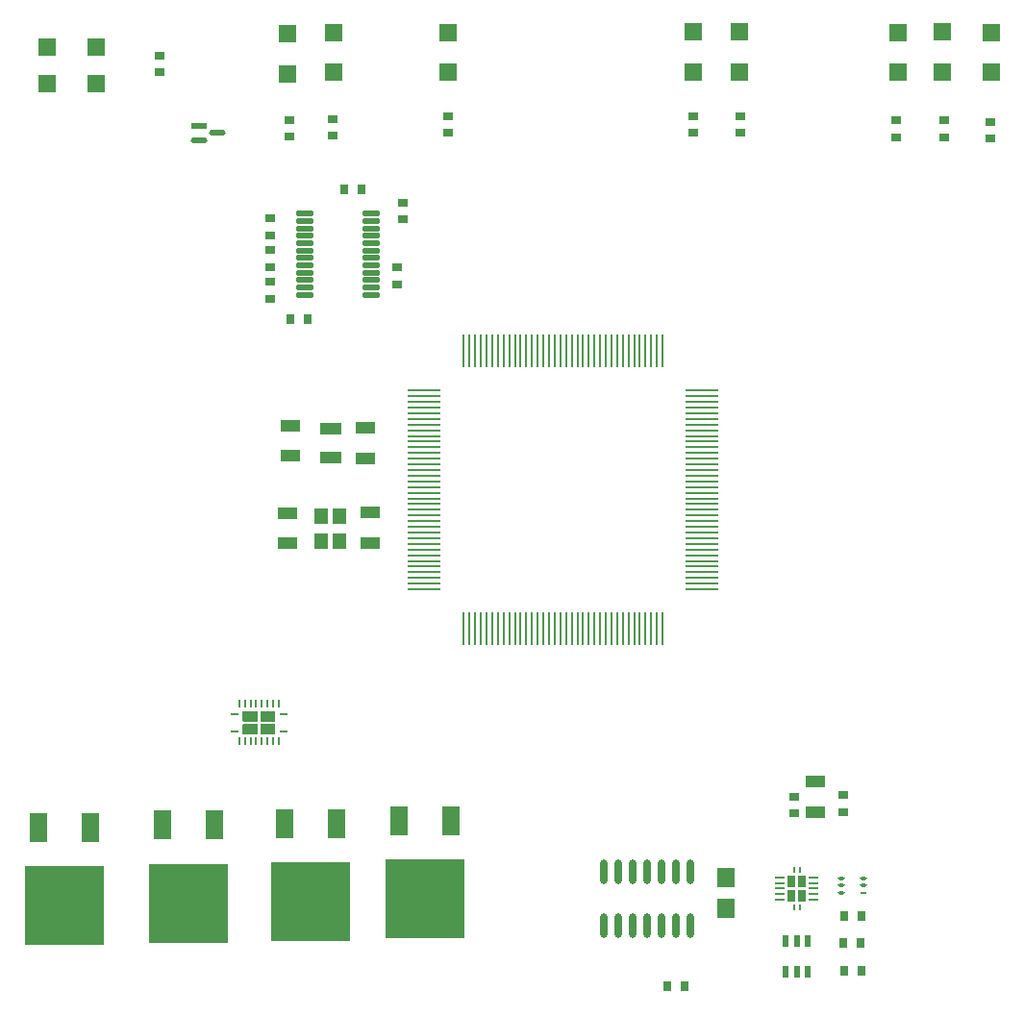
<source format=gbr>
%TF.GenerationSoftware,Altium Limited,Altium Designer,24.1.2 (44)*%
G04 Layer_Color=8421504*
%FSLAX45Y45*%
%MOMM*%
%TF.SameCoordinates,E01E6690-4C2E-4FB1-AE08-5A5A66155338*%
%TF.FilePolarity,Positive*%
%TF.FileFunction,Paste,Top*%
%TF.Part,Single*%
G01*
G75*
%TA.AperFunction,SMDPad,CuDef*%
G04:AMPARAMS|DCode=12|XSize=0.24mm|YSize=0.6mm|CornerRadius=0.0504mm|HoleSize=0mm|Usage=FLASHONLY|Rotation=90.000|XOffset=0mm|YOffset=0mm|HoleType=Round|Shape=RoundedRectangle|*
%AMROUNDEDRECTD12*
21,1,0.24000,0.49920,0,0,90.0*
21,1,0.13920,0.60000,0,0,90.0*
1,1,0.10080,0.24960,0.06960*
1,1,0.10080,0.24960,-0.06960*
1,1,0.10080,-0.24960,-0.06960*
1,1,0.10080,-0.24960,0.06960*
%
%ADD12ROUNDEDRECTD12*%
G04:AMPARAMS|DCode=13|XSize=0.6mm|YSize=0.24mm|CornerRadius=0.0504mm|HoleSize=0mm|Usage=FLASHONLY|Rotation=90.000|XOffset=0mm|YOffset=0mm|HoleType=Round|Shape=RoundedRectangle|*
%AMROUNDEDRECTD13*
21,1,0.60000,0.13920,0,0,90.0*
21,1,0.49920,0.24000,0,0,90.0*
1,1,0.10080,0.06960,0.24960*
1,1,0.10080,0.06960,-0.24960*
1,1,0.10080,-0.06960,-0.24960*
1,1,0.10080,-0.06960,0.24960*
%
%ADD13ROUNDEDRECTD13*%
%ADD14R,1.50000X1.50000*%
%ADD15R,0.90000X0.65000*%
%ADD16O,0.22000X3.00000*%
%ADD17O,3.00000X0.22000*%
%ADD18R,0.70000X0.90000*%
%ADD19R,0.90000X0.70000*%
%ADD22R,0.60000X1.10000*%
%ADD23R,1.15000X1.40000*%
%ADD24R,1.70000X1.10000*%
%ADD25O,0.60000X2.20000*%
%ADD26R,1.50000X1.50000*%
%ADD27R,7.00000X7.00000*%
%ADD28R,1.50000X2.50000*%
G04:AMPARAMS|DCode=29|XSize=1.46395mm|YSize=0.47583mm|CornerRadius=0.23791mm|HoleSize=0mm|Usage=FLASHONLY|Rotation=0.000|XOffset=0mm|YOffset=0mm|HoleType=Round|Shape=RoundedRectangle|*
%AMROUNDEDRECTD29*
21,1,1.46395,0.00000,0,0,0.0*
21,1,0.98813,0.47583,0,0,0.0*
1,1,0.47583,0.49406,0.00000*
1,1,0.47583,-0.49406,0.00000*
1,1,0.47583,-0.49406,0.00000*
1,1,0.47583,0.49406,0.00000*
%
%ADD29ROUNDEDRECTD29*%
%ADD30R,1.46395X0.47583*%
G04:AMPARAMS|DCode=31|XSize=1.5mm|YSize=0.45mm|CornerRadius=0.0495mm|HoleSize=0mm|Usage=FLASHONLY|Rotation=0.000|XOffset=0mm|YOffset=0mm|HoleType=Round|Shape=RoundedRectangle|*
%AMROUNDEDRECTD31*
21,1,1.50000,0.35100,0,0,0.0*
21,1,1.40100,0.45000,0,0,0.0*
1,1,0.09900,0.70050,-0.17550*
1,1,0.09900,-0.70050,-0.17550*
1,1,0.09900,-0.70050,0.17550*
1,1,0.09900,0.70050,0.17550*
%
%ADD31ROUNDEDRECTD31*%
%ADD32R,1.50000X1.75000*%
G04:AMPARAMS|DCode=33|XSize=0.61107mm|YSize=0.29247mm|CornerRadius=0.14624mm|HoleSize=0mm|Usage=FLASHONLY|Rotation=180.000|XOffset=0mm|YOffset=0mm|HoleType=Round|Shape=RoundedRectangle|*
%AMROUNDEDRECTD33*
21,1,0.61107,0.00000,0,0,180.0*
21,1,0.31860,0.29247,0,0,180.0*
1,1,0.29247,-0.15930,0.00000*
1,1,0.29247,0.15930,0.00000*
1,1,0.29247,0.15930,0.00000*
1,1,0.29247,-0.15930,0.00000*
%
%ADD33ROUNDEDRECTD33*%
%ADD34R,0.61107X0.29247*%
%ADD35R,1.90000X1.10000*%
%TA.AperFunction,NonConductor*%
%ADD76R,0.68001X1.05004*%
%ADD77R,0.26005X0.50002*%
%ADD78R,0.25999X0.50002*%
%ADD79R,0.25999X0.49997*%
%ADD80R,0.26005X0.49997*%
%ADD81R,0.68001X1.04999*%
%TA.AperFunction,SMDPad,CuDef*%
G04:AMPARAMS|DCode=82|XSize=0.23mm|YSize=0.8mm|CornerRadius=0.0254mm|HoleSize=0mm|Usage=FLASHONLY|Rotation=270.000|XOffset=0mm|YOffset=0mm|HoleType=Round|Shape=RoundedRectangle|*
%AMROUNDEDRECTD82*
21,1,0.23000,0.74920,0,0,270.0*
21,1,0.17920,0.80000,0,0,270.0*
1,1,0.05079,-0.37460,-0.08960*
1,1,0.05079,-0.37460,0.08960*
1,1,0.05079,0.37460,0.08960*
1,1,0.05079,0.37460,-0.08960*
%
%ADD82ROUNDEDRECTD82*%
G36*
X7331911Y6063699D02*
Y6062704D01*
X7331150Y6060866D01*
X7329743Y6059460D01*
X7327905Y6058699D01*
X7326911D01*
D01*
X7203911D01*
X7202916D01*
X7201079Y6059460D01*
X7199672Y6060866D01*
X7198911Y6062704D01*
Y6063699D01*
D01*
Y6145699D01*
Y6146693D01*
X7199672Y6148531D01*
X7201079Y6149938D01*
X7202916Y6150699D01*
X7203911D01*
D01*
X7326911D01*
X7327905D01*
X7329743Y6149938D01*
X7331150Y6148531D01*
X7331911Y6146693D01*
Y6145699D01*
D01*
Y6063699D01*
D02*
G37*
G36*
X7203911Y6170699D02*
X7202916D01*
X7201079Y6171460D01*
X7199672Y6172866D01*
X7198911Y6174704D01*
Y6175699D01*
D01*
Y6257699D01*
Y6258693D01*
X7199672Y6260531D01*
X7201079Y6261938D01*
X7202916Y6262699D01*
X7203911D01*
D01*
X7326911D01*
X7327905D01*
X7329743Y6261938D01*
X7331150Y6260531D01*
X7331911Y6258693D01*
Y6257699D01*
D01*
Y6175699D01*
Y6174704D01*
X7331150Y6172866D01*
X7329743Y6171460D01*
X7327905Y6170699D01*
X7326911D01*
D01*
X7203911D01*
D02*
G37*
G36*
X7357911Y6058699D02*
X7356916D01*
X7355079Y6059460D01*
X7353672Y6060866D01*
X7352911Y6062704D01*
Y6063699D01*
D01*
Y6145699D01*
Y6146693D01*
X7353672Y6148531D01*
X7355079Y6149938D01*
X7356916Y6150699D01*
X7357911D01*
D01*
X7480911D01*
X7481906D01*
X7483743Y6149938D01*
X7485150Y6148531D01*
X7485911Y6146693D01*
Y6145699D01*
D01*
Y6063699D01*
Y6062704D01*
X7485150Y6060866D01*
X7483743Y6059460D01*
X7481906Y6058699D01*
X7480911D01*
D01*
X7357911D01*
D02*
G37*
G36*
X7352911Y6257699D02*
Y6258693D01*
X7353672Y6260531D01*
X7355079Y6261938D01*
X7356916Y6262699D01*
X7357911D01*
D01*
X7480911D01*
X7481906D01*
X7483743Y6261938D01*
X7485150Y6260531D01*
X7485911Y6258693D01*
Y6257699D01*
D01*
Y6175699D01*
Y6174704D01*
X7485150Y6172866D01*
X7483743Y6171460D01*
X7481906Y6170699D01*
X7480911D01*
D01*
X7357911D01*
X7356916D01*
X7355079Y6171460D01*
X7353672Y6172866D01*
X7352911Y6174704D01*
Y6175699D01*
D01*
Y6257699D01*
D02*
G37*
D12*
X7557414Y6235700D02*
D03*
Y6085698D02*
D03*
X7127413Y6235700D02*
D03*
Y6085698D02*
D03*
D13*
X7167413Y6325697D02*
D03*
X7217415D02*
D03*
X7267412D02*
D03*
X7317415D02*
D03*
X7367412D02*
D03*
X7417415D02*
D03*
X7467412D02*
D03*
X7517414D02*
D03*
Y5995700D02*
D03*
X7467412D02*
D03*
X7417415D02*
D03*
X7367412D02*
D03*
X7317415D02*
D03*
X7267412D02*
D03*
X7217415D02*
D03*
X7167413D02*
D03*
D14*
X9004300Y11889999D02*
D03*
Y12240001D02*
D03*
X8001000Y11889999D02*
D03*
Y12240001D02*
D03*
X13792200Y11889999D02*
D03*
Y12240001D02*
D03*
X12966701Y11887200D02*
D03*
Y12237202D02*
D03*
X13360400Y11892798D02*
D03*
Y12242800D02*
D03*
X7594600Y11877299D02*
D03*
Y12227301D02*
D03*
X11569700Y11892798D02*
D03*
Y12242800D02*
D03*
X11163300Y11892798D02*
D03*
Y12242800D02*
D03*
D15*
X7988300Y11477102D02*
D03*
Y11332098D02*
D03*
X9004300Y11502502D02*
D03*
Y11357498D02*
D03*
X11163300Y11498798D02*
D03*
Y11353800D02*
D03*
X11582400Y11502502D02*
D03*
Y11357498D02*
D03*
X13373100Y11464402D02*
D03*
Y11319398D02*
D03*
X13779500Y11451702D02*
D03*
Y11306698D02*
D03*
X12953999Y11464402D02*
D03*
Y11319398D02*
D03*
X7607300Y11468100D02*
D03*
Y11323102D02*
D03*
D16*
X9145702Y9436100D02*
D03*
X9195704D02*
D03*
X9245702D02*
D03*
X9295704D02*
D03*
X9345701D02*
D03*
X9395704D02*
D03*
X9445701D02*
D03*
X9495704D02*
D03*
X9545701D02*
D03*
X9595703D02*
D03*
X9645701D02*
D03*
X9695703D02*
D03*
X9745701D02*
D03*
X9795703D02*
D03*
X9845700D02*
D03*
X9895703D02*
D03*
X9945700D02*
D03*
X9995703D02*
D03*
X10045700D02*
D03*
X10095702D02*
D03*
X10145700D02*
D03*
X10195702D02*
D03*
X10245700D02*
D03*
X10295702D02*
D03*
X10345699D02*
D03*
X10395702D02*
D03*
X10445699D02*
D03*
X10495702D02*
D03*
X10545699D02*
D03*
X10595701D02*
D03*
X10645699D02*
D03*
X10695701D02*
D03*
X10745699D02*
D03*
X10795701D02*
D03*
X10845698D02*
D03*
X10895701D02*
D03*
Y6986102D02*
D03*
X10845698D02*
D03*
X10795701D02*
D03*
X10745699D02*
D03*
X10695701D02*
D03*
X10645699D02*
D03*
X10595701D02*
D03*
X10545699D02*
D03*
X10495702D02*
D03*
X10445699D02*
D03*
X10395702D02*
D03*
X10345699D02*
D03*
X10295702D02*
D03*
X10245700D02*
D03*
X10195702D02*
D03*
X10145700D02*
D03*
X10095702D02*
D03*
X10045700D02*
D03*
X9995703D02*
D03*
X9945700D02*
D03*
X9895703D02*
D03*
X9845700D02*
D03*
X9795703D02*
D03*
X9745701D02*
D03*
X9695703D02*
D03*
X9645701D02*
D03*
X9595703D02*
D03*
X9545701D02*
D03*
X9495704D02*
D03*
X9445701D02*
D03*
X9395704D02*
D03*
X9345701D02*
D03*
X9295704D02*
D03*
X9245702D02*
D03*
X9195704D02*
D03*
X9145702D02*
D03*
D17*
X11245698Y9086098D02*
D03*
Y9036101D02*
D03*
Y8986098D02*
D03*
Y8936101D02*
D03*
Y8886099D02*
D03*
Y8836101D02*
D03*
Y8786099D02*
D03*
Y8736101D02*
D03*
Y8686099D02*
D03*
Y8636102D02*
D03*
Y8586099D02*
D03*
Y8536102D02*
D03*
Y8486099D02*
D03*
Y8436102D02*
D03*
Y8386100D02*
D03*
Y8336102D02*
D03*
Y8286100D02*
D03*
Y8236102D02*
D03*
Y8186100D02*
D03*
Y8136103D02*
D03*
Y8086100D02*
D03*
Y8036103D02*
D03*
Y7986100D02*
D03*
Y7936103D02*
D03*
Y7886101D02*
D03*
Y7836103D02*
D03*
Y7786101D02*
D03*
Y7736103D02*
D03*
Y7686101D02*
D03*
Y7636104D02*
D03*
Y7586101D02*
D03*
Y7536104D02*
D03*
Y7486101D02*
D03*
Y7436104D02*
D03*
Y7386102D02*
D03*
Y7336104D02*
D03*
X8795700D02*
D03*
Y7386102D02*
D03*
Y7436104D02*
D03*
Y7486101D02*
D03*
Y7536104D02*
D03*
Y7586101D02*
D03*
Y7636104D02*
D03*
Y7686101D02*
D03*
Y7736103D02*
D03*
Y7786101D02*
D03*
Y7836103D02*
D03*
Y7886101D02*
D03*
Y7936103D02*
D03*
Y7986100D02*
D03*
Y8036103D02*
D03*
Y8086100D02*
D03*
Y8136103D02*
D03*
Y8186100D02*
D03*
Y8236102D02*
D03*
Y8286100D02*
D03*
Y8336102D02*
D03*
Y8386100D02*
D03*
Y8436102D02*
D03*
Y8486099D02*
D03*
Y8536102D02*
D03*
Y8586099D02*
D03*
Y8636102D02*
D03*
Y8686099D02*
D03*
Y8736101D02*
D03*
Y8786099D02*
D03*
Y8836101D02*
D03*
Y8886099D02*
D03*
Y8936101D02*
D03*
Y8986098D02*
D03*
Y9036101D02*
D03*
Y9086098D02*
D03*
D18*
X7621199Y9715500D02*
D03*
X7771201D02*
D03*
X11085901Y3835400D02*
D03*
X10935899D02*
D03*
X12499198Y3975100D02*
D03*
X12649200D02*
D03*
X12646802Y4457700D02*
D03*
X12496800D02*
D03*
X12635301Y4216400D02*
D03*
X12485299D02*
D03*
X8242300Y10858500D02*
D03*
X8092298D02*
D03*
D19*
X7442200Y9894499D02*
D03*
Y10044501D02*
D03*
Y10172700D02*
D03*
Y10322702D02*
D03*
Y10603301D02*
D03*
Y10453299D02*
D03*
X8610600Y10741802D02*
D03*
Y10591800D02*
D03*
X8559800Y10021499D02*
D03*
Y10171501D02*
D03*
X12484100Y5374498D02*
D03*
Y5524500D02*
D03*
X12052300Y5360599D02*
D03*
Y5510601D02*
D03*
X6464300Y11887200D02*
D03*
Y12037202D02*
D03*
D22*
X12172701Y3967099D02*
D03*
X12077700D02*
D03*
X11982699D02*
D03*
Y4237101D02*
D03*
X12077700D02*
D03*
X12172701D02*
D03*
D23*
X8051800Y7979700D02*
D03*
Y7759700D02*
D03*
X7891800D02*
D03*
Y7979700D02*
D03*
D24*
X7594600Y8009001D02*
D03*
Y7738999D02*
D03*
X8318500Y7743698D02*
D03*
Y8013700D02*
D03*
X12242800Y5372100D02*
D03*
Y5642102D02*
D03*
X7620000Y8779002D02*
D03*
Y8509000D02*
D03*
X8280400Y8488299D02*
D03*
Y8758301D02*
D03*
D25*
X11137900Y4850100D02*
D03*
X11010900D02*
D03*
X10883900D02*
D03*
X10756900D02*
D03*
X10629900D02*
D03*
X10502900D02*
D03*
X10375900D02*
D03*
X11137900Y4370100D02*
D03*
X11010900D02*
D03*
X10883900D02*
D03*
X10756900D02*
D03*
X10629900D02*
D03*
X10502900D02*
D03*
X10375900D02*
D03*
D26*
X5474599Y12115698D02*
D03*
Y11785702D02*
D03*
X5904601Y12115698D02*
D03*
Y11785702D02*
D03*
D27*
X7797800Y4580799D02*
D03*
X8801100Y4606199D02*
D03*
X6718300Y4568099D02*
D03*
X5626100Y4546600D02*
D03*
D28*
X7567798Y5270800D02*
D03*
X8027802D02*
D03*
X8571098Y5296200D02*
D03*
X9031102D02*
D03*
X6488298Y5258100D02*
D03*
X6948302D02*
D03*
X5396098Y5236601D02*
D03*
X5856102D02*
D03*
D29*
X6978112Y11353800D02*
D03*
X6814088Y11288801D02*
D03*
D30*
Y11418799D02*
D03*
D31*
X8329102Y10644500D02*
D03*
Y10579501D02*
D03*
Y10514498D02*
D03*
Y10449499D02*
D03*
Y10384500D02*
D03*
Y10319502D02*
D03*
Y10254498D02*
D03*
Y10189500D02*
D03*
Y10124501D02*
D03*
Y10059502D02*
D03*
Y9994499D02*
D03*
Y9929500D02*
D03*
X7749098D02*
D03*
Y9994499D02*
D03*
Y10059502D02*
D03*
Y10124501D02*
D03*
Y10189500D02*
D03*
Y10254498D02*
D03*
Y10319502D02*
D03*
Y10384500D02*
D03*
Y10449499D02*
D03*
Y10514498D02*
D03*
Y10579501D02*
D03*
Y10644500D02*
D03*
D32*
X11455400Y4796201D02*
D03*
Y4521200D02*
D03*
D33*
X12471796Y4659401D02*
D03*
Y4724400D02*
D03*
Y4789399D02*
D03*
X12661900D02*
D03*
Y4724400D02*
D03*
D34*
Y4659401D02*
D03*
D35*
X7975600Y8748298D02*
D03*
Y8498302D02*
D03*
D76*
X12122699Y4635500D02*
D03*
X12032701D02*
D03*
D77*
X12102696Y4535990D02*
D03*
D78*
X12052696D02*
D03*
D79*
Y4861992D02*
D03*
D80*
X12102696D02*
D03*
D81*
X12032701Y4762497D02*
D03*
X12122699D02*
D03*
D82*
X12225198Y4599000D02*
D03*
Y4648998D02*
D03*
Y4699000D02*
D03*
Y4749002D02*
D03*
Y4799000D02*
D03*
X11930202D02*
D03*
Y4749002D02*
D03*
Y4699000D02*
D03*
Y4648998D02*
D03*
Y4599000D02*
D03*
%TF.MD5,2659e36875a4fe376c6f63914e51fb46*%
M02*

</source>
